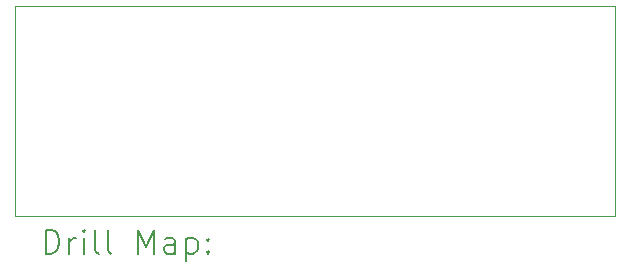
<source format=gbr>
%TF.GenerationSoftware,KiCad,Pcbnew,9.0.2*%
%TF.CreationDate,2025-06-23T15:22:59-04:00*%
%TF.ProjectId,Pro600_CPU_Upgrade,50726f36-3030-45f4-9350-555f55706772,rev?*%
%TF.SameCoordinates,Original*%
%TF.FileFunction,Drillmap*%
%TF.FilePolarity,Positive*%
%FSLAX45Y45*%
G04 Gerber Fmt 4.5, Leading zero omitted, Abs format (unit mm)*
G04 Created by KiCad (PCBNEW 9.0.2) date 2025-06-23 15:22:59*
%MOMM*%
%LPD*%
G01*
G04 APERTURE LIST*
%ADD10C,0.050000*%
%ADD11C,0.200000*%
G04 APERTURE END LIST*
D10*
X5080000Y-2540000D02*
X10160000Y-2540000D01*
X10160000Y-4318000D01*
X5080000Y-4318000D01*
X5080000Y-2540000D01*
D11*
X5338277Y-4631984D02*
X5338277Y-4431984D01*
X5338277Y-4431984D02*
X5385896Y-4431984D01*
X5385896Y-4431984D02*
X5414467Y-4441508D01*
X5414467Y-4441508D02*
X5433515Y-4460555D01*
X5433515Y-4460555D02*
X5443039Y-4479603D01*
X5443039Y-4479603D02*
X5452563Y-4517698D01*
X5452563Y-4517698D02*
X5452563Y-4546270D01*
X5452563Y-4546270D02*
X5443039Y-4584365D01*
X5443039Y-4584365D02*
X5433515Y-4603412D01*
X5433515Y-4603412D02*
X5414467Y-4622460D01*
X5414467Y-4622460D02*
X5385896Y-4631984D01*
X5385896Y-4631984D02*
X5338277Y-4631984D01*
X5538277Y-4631984D02*
X5538277Y-4498650D01*
X5538277Y-4536746D02*
X5547801Y-4517698D01*
X5547801Y-4517698D02*
X5557324Y-4508174D01*
X5557324Y-4508174D02*
X5576372Y-4498650D01*
X5576372Y-4498650D02*
X5595420Y-4498650D01*
X5662086Y-4631984D02*
X5662086Y-4498650D01*
X5662086Y-4431984D02*
X5652562Y-4441508D01*
X5652562Y-4441508D02*
X5662086Y-4451031D01*
X5662086Y-4451031D02*
X5671610Y-4441508D01*
X5671610Y-4441508D02*
X5662086Y-4431984D01*
X5662086Y-4431984D02*
X5662086Y-4451031D01*
X5785896Y-4631984D02*
X5766848Y-4622460D01*
X5766848Y-4622460D02*
X5757324Y-4603412D01*
X5757324Y-4603412D02*
X5757324Y-4431984D01*
X5890658Y-4631984D02*
X5871610Y-4622460D01*
X5871610Y-4622460D02*
X5862086Y-4603412D01*
X5862086Y-4603412D02*
X5862086Y-4431984D01*
X6119229Y-4631984D02*
X6119229Y-4431984D01*
X6119229Y-4431984D02*
X6185896Y-4574841D01*
X6185896Y-4574841D02*
X6252562Y-4431984D01*
X6252562Y-4431984D02*
X6252562Y-4631984D01*
X6433515Y-4631984D02*
X6433515Y-4527222D01*
X6433515Y-4527222D02*
X6423991Y-4508174D01*
X6423991Y-4508174D02*
X6404943Y-4498650D01*
X6404943Y-4498650D02*
X6366848Y-4498650D01*
X6366848Y-4498650D02*
X6347801Y-4508174D01*
X6433515Y-4622460D02*
X6414467Y-4631984D01*
X6414467Y-4631984D02*
X6366848Y-4631984D01*
X6366848Y-4631984D02*
X6347801Y-4622460D01*
X6347801Y-4622460D02*
X6338277Y-4603412D01*
X6338277Y-4603412D02*
X6338277Y-4584365D01*
X6338277Y-4584365D02*
X6347801Y-4565317D01*
X6347801Y-4565317D02*
X6366848Y-4555793D01*
X6366848Y-4555793D02*
X6414467Y-4555793D01*
X6414467Y-4555793D02*
X6433515Y-4546270D01*
X6528753Y-4498650D02*
X6528753Y-4698650D01*
X6528753Y-4508174D02*
X6547801Y-4498650D01*
X6547801Y-4498650D02*
X6585896Y-4498650D01*
X6585896Y-4498650D02*
X6604943Y-4508174D01*
X6604943Y-4508174D02*
X6614467Y-4517698D01*
X6614467Y-4517698D02*
X6623991Y-4536746D01*
X6623991Y-4536746D02*
X6623991Y-4593889D01*
X6623991Y-4593889D02*
X6614467Y-4612936D01*
X6614467Y-4612936D02*
X6604943Y-4622460D01*
X6604943Y-4622460D02*
X6585896Y-4631984D01*
X6585896Y-4631984D02*
X6547801Y-4631984D01*
X6547801Y-4631984D02*
X6528753Y-4622460D01*
X6709705Y-4612936D02*
X6719229Y-4622460D01*
X6719229Y-4622460D02*
X6709705Y-4631984D01*
X6709705Y-4631984D02*
X6700182Y-4622460D01*
X6700182Y-4622460D02*
X6709705Y-4612936D01*
X6709705Y-4612936D02*
X6709705Y-4631984D01*
X6709705Y-4508174D02*
X6719229Y-4517698D01*
X6719229Y-4517698D02*
X6709705Y-4527222D01*
X6709705Y-4527222D02*
X6700182Y-4517698D01*
X6700182Y-4517698D02*
X6709705Y-4508174D01*
X6709705Y-4508174D02*
X6709705Y-4527222D01*
M02*

</source>
